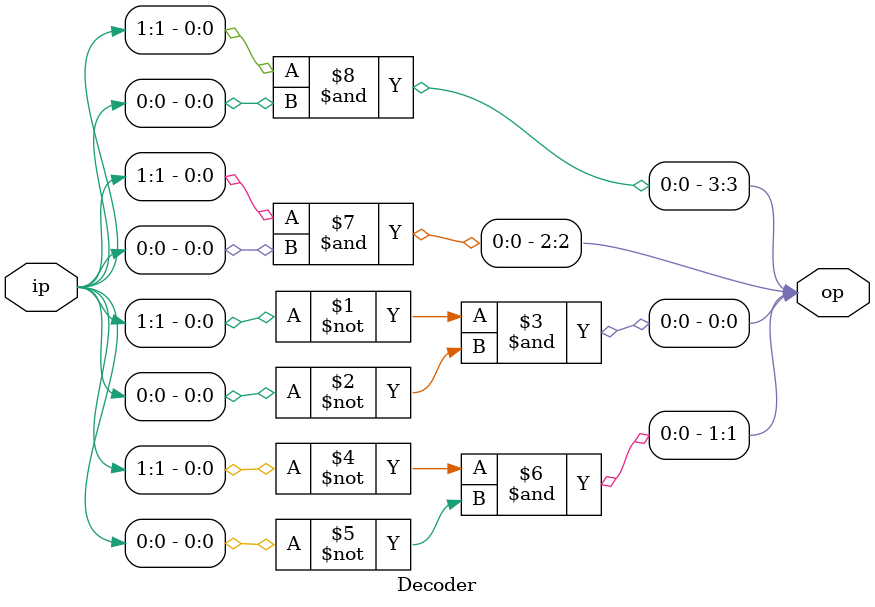
<source format=sv>

module Decoder (op, ip);

    output [3:0] op;
    input [1:0] ip;

    assign op[0] = (~ip[1] & ~ip[0]);
    assign op[1] = (~ip[1] & ~ip[0]);
    assign op[2] = (ip[1] & ip[0]);
    assign op[3] = (ip[1] & ip[0]);

endmodule

// no testbech because this code is to program an fpga
// refer to the Pin Planner Diagram readme file

</source>
